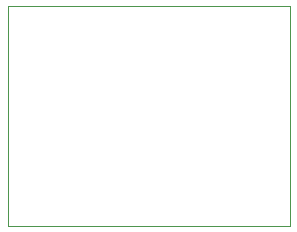
<source format=gko>
G04 #@! TF.FileFunction,Profile,NP*
%FSLAX46Y46*%
G04 Gerber Fmt 4.6, Leading zero omitted, Abs format (unit mm)*
G04 Created by KiCad (PCBNEW 0.201508140901+6091~28~ubuntu14.04.1-product) date Thu 22 Oct 2015 10:51:19 PM CEST*
%MOMM*%
G01*
G04 APERTURE LIST*
%ADD10C,0.127000*%
%ADD11C,0.100000*%
G04 APERTURE END LIST*
D10*
D11*
X134874000Y-105500000D02*
X134874000Y-86868000D01*
X158750000Y-105500000D02*
X134874000Y-105500000D01*
X158750000Y-86868000D02*
X158750000Y-105500000D01*
X134874000Y-86868000D02*
X158750000Y-86868000D01*
M02*

</source>
